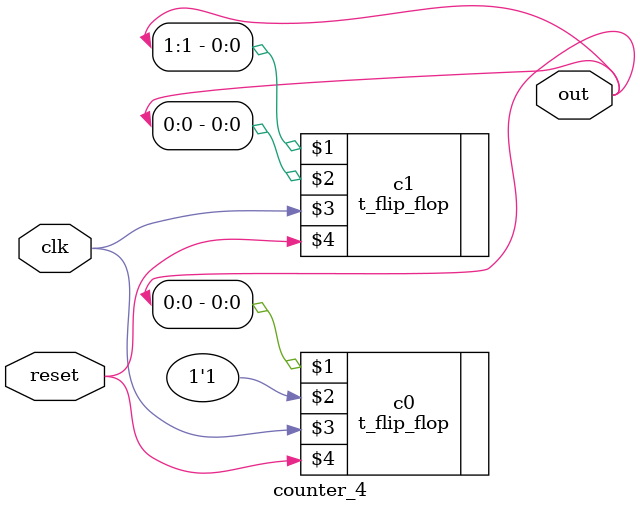
<source format=v>
module counter_4(
    output [1:0] out,
    input clk, reset);

    t_flip_flop c0(out[0], 1'b1, clk, reset);
    t_flip_flop c1(out[1], out[0], clk, reset);

endmodule

</source>
